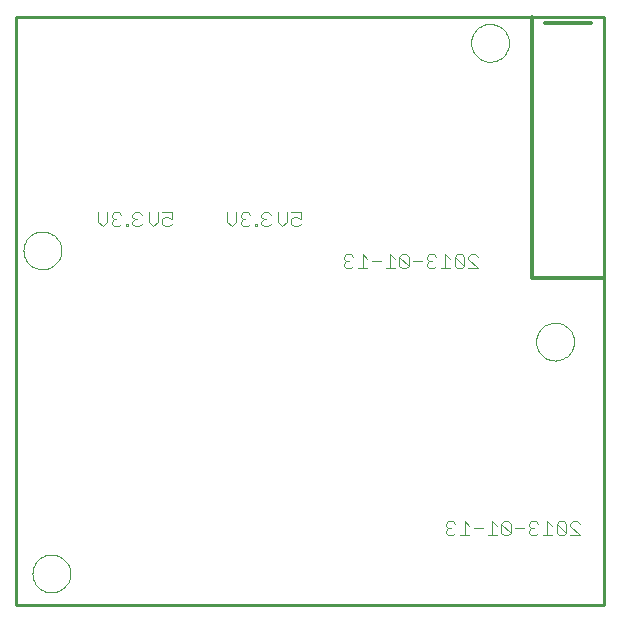
<source format=gbo>
G75*
G70*
%OFA0B0*%
%FSLAX24Y24*%
%IPPOS*%
%LPD*%
%AMOC8*
5,1,8,0,0,1.08239X$1,22.5*
%
%ADD10C,0.0000*%
%ADD11C,0.0040*%
%ADD12C,0.0100*%
%ADD13C,0.0120*%
D10*
X000873Y001262D02*
X000875Y001312D01*
X000881Y001362D01*
X000891Y001411D01*
X000905Y001459D01*
X000922Y001506D01*
X000943Y001551D01*
X000968Y001595D01*
X000996Y001636D01*
X001028Y001675D01*
X001062Y001712D01*
X001099Y001746D01*
X001139Y001776D01*
X001181Y001803D01*
X001225Y001827D01*
X001271Y001848D01*
X001318Y001864D01*
X001366Y001877D01*
X001416Y001886D01*
X001465Y001891D01*
X001516Y001892D01*
X001566Y001889D01*
X001615Y001882D01*
X001664Y001871D01*
X001712Y001856D01*
X001758Y001838D01*
X001803Y001816D01*
X001846Y001790D01*
X001887Y001761D01*
X001926Y001729D01*
X001962Y001694D01*
X001994Y001656D01*
X002024Y001616D01*
X002051Y001573D01*
X002074Y001529D01*
X002093Y001483D01*
X002109Y001435D01*
X002121Y001386D01*
X002129Y001337D01*
X002133Y001287D01*
X002133Y001237D01*
X002129Y001187D01*
X002121Y001138D01*
X002109Y001089D01*
X002093Y001041D01*
X002074Y000995D01*
X002051Y000951D01*
X002024Y000908D01*
X001994Y000868D01*
X001962Y000830D01*
X001926Y000795D01*
X001887Y000763D01*
X001846Y000734D01*
X001803Y000708D01*
X001758Y000686D01*
X001712Y000668D01*
X001664Y000653D01*
X001615Y000642D01*
X001566Y000635D01*
X001516Y000632D01*
X001465Y000633D01*
X001416Y000638D01*
X001366Y000647D01*
X001318Y000660D01*
X001271Y000676D01*
X001225Y000697D01*
X001181Y000721D01*
X001139Y000748D01*
X001099Y000778D01*
X001062Y000812D01*
X001028Y000849D01*
X000996Y000888D01*
X000968Y000929D01*
X000943Y000973D01*
X000922Y001018D01*
X000905Y001065D01*
X000891Y001113D01*
X000881Y001162D01*
X000875Y001212D01*
X000873Y001262D01*
X017663Y008992D02*
X017665Y009042D01*
X017671Y009092D01*
X017681Y009141D01*
X017695Y009189D01*
X017712Y009236D01*
X017733Y009281D01*
X017758Y009325D01*
X017786Y009366D01*
X017818Y009405D01*
X017852Y009442D01*
X017889Y009476D01*
X017929Y009506D01*
X017971Y009533D01*
X018015Y009557D01*
X018061Y009578D01*
X018108Y009594D01*
X018156Y009607D01*
X018206Y009616D01*
X018255Y009621D01*
X018306Y009622D01*
X018356Y009619D01*
X018405Y009612D01*
X018454Y009601D01*
X018502Y009586D01*
X018548Y009568D01*
X018593Y009546D01*
X018636Y009520D01*
X018677Y009491D01*
X018716Y009459D01*
X018752Y009424D01*
X018784Y009386D01*
X018814Y009346D01*
X018841Y009303D01*
X018864Y009259D01*
X018883Y009213D01*
X018899Y009165D01*
X018911Y009116D01*
X018919Y009067D01*
X018923Y009017D01*
X018923Y008967D01*
X018919Y008917D01*
X018911Y008868D01*
X018899Y008819D01*
X018883Y008771D01*
X018864Y008725D01*
X018841Y008681D01*
X018814Y008638D01*
X018784Y008598D01*
X018752Y008560D01*
X018716Y008525D01*
X018677Y008493D01*
X018636Y008464D01*
X018593Y008438D01*
X018548Y008416D01*
X018502Y008398D01*
X018454Y008383D01*
X018405Y008372D01*
X018356Y008365D01*
X018306Y008362D01*
X018255Y008363D01*
X018206Y008368D01*
X018156Y008377D01*
X018108Y008390D01*
X018061Y008406D01*
X018015Y008427D01*
X017971Y008451D01*
X017929Y008478D01*
X017889Y008508D01*
X017852Y008542D01*
X017818Y008579D01*
X017786Y008618D01*
X017758Y008659D01*
X017733Y008703D01*
X017712Y008748D01*
X017695Y008795D01*
X017681Y008843D01*
X017671Y008892D01*
X017665Y008942D01*
X017663Y008992D01*
X000573Y012032D02*
X000575Y012082D01*
X000581Y012132D01*
X000591Y012181D01*
X000605Y012229D01*
X000622Y012276D01*
X000643Y012321D01*
X000668Y012365D01*
X000696Y012406D01*
X000728Y012445D01*
X000762Y012482D01*
X000799Y012516D01*
X000839Y012546D01*
X000881Y012573D01*
X000925Y012597D01*
X000971Y012618D01*
X001018Y012634D01*
X001066Y012647D01*
X001116Y012656D01*
X001165Y012661D01*
X001216Y012662D01*
X001266Y012659D01*
X001315Y012652D01*
X001364Y012641D01*
X001412Y012626D01*
X001458Y012608D01*
X001503Y012586D01*
X001546Y012560D01*
X001587Y012531D01*
X001626Y012499D01*
X001662Y012464D01*
X001694Y012426D01*
X001724Y012386D01*
X001751Y012343D01*
X001774Y012299D01*
X001793Y012253D01*
X001809Y012205D01*
X001821Y012156D01*
X001829Y012107D01*
X001833Y012057D01*
X001833Y012007D01*
X001829Y011957D01*
X001821Y011908D01*
X001809Y011859D01*
X001793Y011811D01*
X001774Y011765D01*
X001751Y011721D01*
X001724Y011678D01*
X001694Y011638D01*
X001662Y011600D01*
X001626Y011565D01*
X001587Y011533D01*
X001546Y011504D01*
X001503Y011478D01*
X001458Y011456D01*
X001412Y011438D01*
X001364Y011423D01*
X001315Y011412D01*
X001266Y011405D01*
X001216Y011402D01*
X001165Y011403D01*
X001116Y011408D01*
X001066Y011417D01*
X001018Y011430D01*
X000971Y011446D01*
X000925Y011467D01*
X000881Y011491D01*
X000839Y011518D01*
X000799Y011548D01*
X000762Y011582D01*
X000728Y011619D01*
X000696Y011658D01*
X000668Y011699D01*
X000643Y011743D01*
X000622Y011788D01*
X000605Y011835D01*
X000591Y011883D01*
X000581Y011932D01*
X000575Y011982D01*
X000573Y012032D01*
X015493Y018952D02*
X015495Y019002D01*
X015501Y019052D01*
X015511Y019101D01*
X015525Y019149D01*
X015542Y019196D01*
X015563Y019241D01*
X015588Y019285D01*
X015616Y019326D01*
X015648Y019365D01*
X015682Y019402D01*
X015719Y019436D01*
X015759Y019466D01*
X015801Y019493D01*
X015845Y019517D01*
X015891Y019538D01*
X015938Y019554D01*
X015986Y019567D01*
X016036Y019576D01*
X016085Y019581D01*
X016136Y019582D01*
X016186Y019579D01*
X016235Y019572D01*
X016284Y019561D01*
X016332Y019546D01*
X016378Y019528D01*
X016423Y019506D01*
X016466Y019480D01*
X016507Y019451D01*
X016546Y019419D01*
X016582Y019384D01*
X016614Y019346D01*
X016644Y019306D01*
X016671Y019263D01*
X016694Y019219D01*
X016713Y019173D01*
X016729Y019125D01*
X016741Y019076D01*
X016749Y019027D01*
X016753Y018977D01*
X016753Y018927D01*
X016749Y018877D01*
X016741Y018828D01*
X016729Y018779D01*
X016713Y018731D01*
X016694Y018685D01*
X016671Y018641D01*
X016644Y018598D01*
X016614Y018558D01*
X016582Y018520D01*
X016546Y018485D01*
X016507Y018453D01*
X016466Y018424D01*
X016423Y018398D01*
X016378Y018376D01*
X016332Y018358D01*
X016284Y018343D01*
X016235Y018332D01*
X016186Y018325D01*
X016136Y018322D01*
X016085Y018323D01*
X016036Y018328D01*
X015986Y018337D01*
X015938Y018350D01*
X015891Y018366D01*
X015845Y018387D01*
X015801Y018411D01*
X015759Y018438D01*
X015719Y018468D01*
X015682Y018502D01*
X015648Y018539D01*
X015616Y018578D01*
X015588Y018619D01*
X015563Y018663D01*
X015542Y018708D01*
X015525Y018755D01*
X015511Y018803D01*
X015501Y018852D01*
X015495Y018902D01*
X015493Y018952D01*
D11*
X009813Y013302D02*
X009506Y013302D01*
X009352Y013302D02*
X009352Y012995D01*
X009199Y012842D01*
X009045Y012995D01*
X009045Y013302D01*
X008813Y013225D02*
X008736Y013302D01*
X008582Y013302D01*
X008506Y013225D01*
X008506Y013149D01*
X008582Y013072D01*
X008506Y012995D01*
X008506Y012918D01*
X008582Y012842D01*
X008736Y012842D01*
X008813Y012918D01*
X008659Y013072D02*
X008582Y013072D01*
X008352Y012918D02*
X008276Y012918D01*
X008276Y012842D01*
X008352Y012842D01*
X008352Y012918D01*
X008122Y012918D02*
X008045Y012842D01*
X007892Y012842D01*
X007815Y012918D01*
X007815Y012995D01*
X007892Y013072D01*
X007969Y013072D01*
X007892Y013072D02*
X007815Y013149D01*
X007815Y013225D01*
X007892Y013302D01*
X008045Y013302D01*
X008122Y013225D01*
X007662Y013302D02*
X007662Y012995D01*
X007508Y012842D01*
X007355Y012995D01*
X007355Y013302D01*
X005513Y013302D02*
X005513Y013072D01*
X005359Y013149D01*
X005282Y013149D01*
X005206Y013072D01*
X005206Y012918D01*
X005282Y012842D01*
X005436Y012842D01*
X005513Y012918D01*
X005052Y012995D02*
X004899Y012842D01*
X004745Y012995D01*
X004745Y013302D01*
X004513Y013225D02*
X004436Y013302D01*
X004282Y013302D01*
X004206Y013225D01*
X004206Y013149D01*
X004282Y013072D01*
X004206Y012995D01*
X004206Y012918D01*
X004282Y012842D01*
X004436Y012842D01*
X004513Y012918D01*
X004359Y013072D02*
X004282Y013072D01*
X004052Y012918D02*
X003976Y012918D01*
X003976Y012842D01*
X004052Y012842D01*
X004052Y012918D01*
X003822Y012918D02*
X003745Y012842D01*
X003592Y012842D01*
X003515Y012918D01*
X003515Y012995D01*
X003592Y013072D01*
X003669Y013072D01*
X003592Y013072D02*
X003515Y013149D01*
X003515Y013225D01*
X003592Y013302D01*
X003745Y013302D01*
X003822Y013225D01*
X003362Y013302D02*
X003362Y012995D01*
X003208Y012842D01*
X003055Y012995D01*
X003055Y013302D01*
X005052Y013302D02*
X005052Y012995D01*
X005206Y013302D02*
X005513Y013302D01*
X009506Y013072D02*
X009506Y012918D01*
X009582Y012842D01*
X009736Y012842D01*
X009813Y012918D01*
X009813Y013072D02*
X009659Y013149D01*
X009582Y013149D01*
X009506Y013072D01*
X009813Y013072D02*
X009813Y013302D01*
X011263Y011825D02*
X011339Y011902D01*
X011493Y011902D01*
X011569Y011825D01*
X011416Y011672D02*
X011339Y011672D01*
X011263Y011595D01*
X011263Y011518D01*
X011339Y011442D01*
X011493Y011442D01*
X011569Y011518D01*
X011723Y011442D02*
X012030Y011442D01*
X011876Y011442D02*
X011876Y011902D01*
X012030Y011749D01*
X012183Y011672D02*
X012490Y011672D01*
X012797Y011902D02*
X012797Y011442D01*
X012950Y011442D02*
X012644Y011442D01*
X012950Y011749D02*
X012797Y011902D01*
X013104Y011825D02*
X013411Y011518D01*
X013334Y011442D01*
X013181Y011442D01*
X013104Y011518D01*
X013104Y011825D01*
X013181Y011902D01*
X013334Y011902D01*
X013411Y011825D01*
X013411Y011518D01*
X013564Y011672D02*
X013871Y011672D01*
X014025Y011749D02*
X014101Y011672D01*
X014025Y011595D01*
X014025Y011518D01*
X014101Y011442D01*
X014255Y011442D01*
X014332Y011518D01*
X014485Y011442D02*
X014792Y011442D01*
X014638Y011442D02*
X014638Y011902D01*
X014792Y011749D01*
X014945Y011825D02*
X015252Y011518D01*
X015176Y011442D01*
X015022Y011442D01*
X014945Y011518D01*
X014945Y011825D01*
X015022Y011902D01*
X015176Y011902D01*
X015252Y011825D01*
X015252Y011518D01*
X015406Y011442D02*
X015713Y011442D01*
X015406Y011749D01*
X015406Y011825D01*
X015482Y011902D01*
X015636Y011902D01*
X015713Y011825D01*
X014332Y011825D02*
X014255Y011902D01*
X014101Y011902D01*
X014025Y011825D01*
X014025Y011749D01*
X014101Y011672D02*
X014178Y011672D01*
X011339Y011672D02*
X011263Y011749D01*
X011263Y011825D01*
X014739Y003002D02*
X014663Y002925D01*
X014663Y002849D01*
X014739Y002772D01*
X014663Y002695D01*
X014663Y002618D01*
X014739Y002542D01*
X014893Y002542D01*
X014969Y002618D01*
X015123Y002542D02*
X015430Y002542D01*
X015276Y002542D02*
X015276Y003002D01*
X015430Y002849D01*
X015583Y002772D02*
X015890Y002772D01*
X016044Y002542D02*
X016350Y002542D01*
X016197Y002542D02*
X016197Y003002D01*
X016350Y002849D01*
X016504Y002925D02*
X016504Y002618D01*
X016581Y002542D01*
X016734Y002542D01*
X016811Y002618D01*
X016504Y002925D01*
X016581Y003002D01*
X016734Y003002D01*
X016811Y002925D01*
X016811Y002618D01*
X016964Y002772D02*
X017271Y002772D01*
X017425Y002849D02*
X017501Y002772D01*
X017425Y002695D01*
X017425Y002618D01*
X017501Y002542D01*
X017655Y002542D01*
X017732Y002618D01*
X017885Y002542D02*
X018192Y002542D01*
X018038Y002542D02*
X018038Y003002D01*
X018192Y002849D01*
X018345Y002925D02*
X018345Y002618D01*
X018422Y002542D01*
X018576Y002542D01*
X018652Y002618D01*
X018345Y002925D01*
X018422Y003002D01*
X018576Y003002D01*
X018652Y002925D01*
X018652Y002618D01*
X018806Y002542D02*
X019113Y002542D01*
X018806Y002849D01*
X018806Y002925D01*
X018882Y003002D01*
X019036Y003002D01*
X019113Y002925D01*
X017732Y002925D02*
X017655Y003002D01*
X017501Y003002D01*
X017425Y002925D01*
X017425Y002849D01*
X017501Y002772D02*
X017578Y002772D01*
X014969Y002925D02*
X014893Y003002D01*
X014739Y003002D01*
X014739Y002772D02*
X014816Y002772D01*
D12*
X000333Y000222D02*
X000333Y019822D01*
X017533Y019822D01*
X019933Y019822D01*
X019933Y011122D01*
X019933Y000222D01*
X000333Y000222D01*
D13*
X017533Y011122D02*
X017533Y019822D01*
X017953Y019612D02*
X019483Y019612D01*
X019933Y011122D02*
X017533Y011122D01*
M02*

</source>
